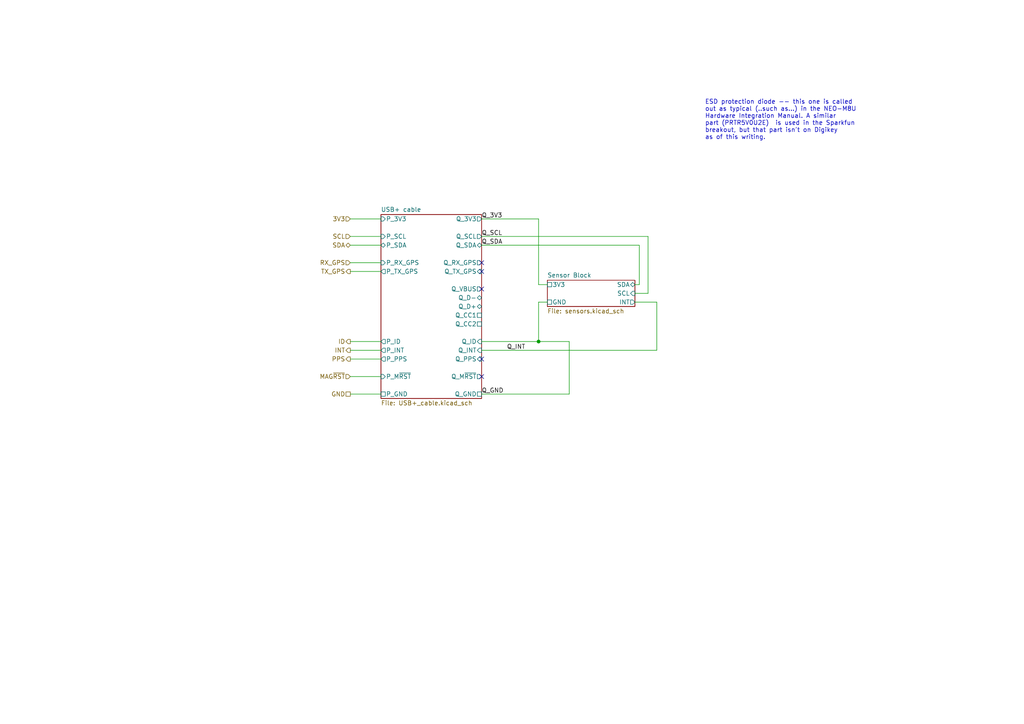
<source format=kicad_sch>
(kicad_sch (version 20211123) (generator eeschema)
  (paper "A4")
  (lib_symbols)
  (junction (at 156.21 99.06))
  (no_connect (at 139.7 109.22))
  (no_connect (at 139.7 76.2))
  (no_connect (at 139.7 78.74))
  (no_connect (at 139.7 83.82))
  (no_connect (at 139.7 104.14))
  (wire (pts (xy 190.5 87.63) (xy 184.15 87.63)))
  (wire (pts (xy 139.7 114.3) (xy 165.1 114.3)))
  (wire (pts (xy 165.1 99.06) (xy 165.1 114.3)))
  (wire (pts (xy 156.21 87.63) (xy 156.21 99.06)))
  (wire (pts (xy 101.6 78.74) (xy 110.49 78.74)))
  (wire (pts (xy 101.6 104.14) (xy 110.49 104.14)))
  (wire (pts (xy 101.6 63.5) (xy 110.49 63.5)))
  (wire (pts (xy 156.21 99.06) (xy 165.1 99.06)))
  (wire (pts (xy 101.6 71.12) (xy 110.49 71.12)))
  (wire (pts (xy 187.96 68.58) (xy 187.96 85.09)))
  (wire (pts (xy 101.6 76.2) (xy 110.49 76.2)))
  (wire (pts (xy 139.7 63.5) (xy 156.21 63.5)))
  (wire (pts (xy 101.6 114.3) (xy 110.49 114.3)))
  (wire (pts (xy 139.7 101.6) (xy 190.5 101.6)))
  (wire (pts (xy 101.6 99.06) (xy 110.49 99.06)))
  (wire (pts (xy 101.6 109.22) (xy 110.49 109.22)))
  (wire (pts (xy 185.42 71.12) (xy 185.42 82.55)))
  (wire (pts (xy 101.6 101.6) (xy 110.49 101.6)))
  (wire (pts (xy 187.96 85.09) (xy 184.15 85.09)))
  (wire (pts (xy 158.75 87.63) (xy 156.21 87.63)))
  (wire (pts (xy 190.5 101.6) (xy 190.5 87.63)))
  (wire (pts (xy 101.6 68.58) (xy 110.49 68.58)))
  (wire (pts (xy 185.42 82.55) (xy 184.15 82.55)))
  (wire (pts (xy 139.7 68.58) (xy 187.96 68.58)))
  (wire (pts (xy 139.7 71.12) (xy 185.42 71.12)))
  (wire (pts (xy 158.75 82.55) (xy 156.21 82.55)))
  (wire (pts (xy 156.21 63.5) (xy 156.21 82.55)))
  (wire (pts (xy 139.7 99.06) (xy 156.21 99.06)))
  (text "ESD protection diode -- this one is called\nout as typical (..such as...) in the NEO-M8U\nHardware Integration Manual. A similar\npart (PRTR5V0U2E)  is used in the Sparkfun\nbreakout, but that part isn't on Digikey\nas of this writing." (at 204.47 40.64 0) (effects (font (size 1.27 1.27)) (justify left bottom)))
  (label "Q_INT" (at 152.4 101.6 180))
  (label "Q_SCL" (at 139.7 68.58 0))
  (label "Q_GND" (at 139.7 114.3 0))
  (label "Q_SDA" (at 139.7 71.12 0))
  (label "Q_3V3" (at 139.7 63.5 0))
  (hierarchical_label "TX_GPS" (shape output) (at 101.6 78.74 180))
  (hierarchical_label "PPS" (shape output) (at 101.6 104.14 180))
  (hierarchical_label "RX_GPS" (shape input) (at 101.6 76.2 180))
  (hierarchical_label "3V3" (shape input) (at 101.6 63.5 180))
  (hierarchical_label "INT" (shape output) (at 101.6 101.6 180))
  (hierarchical_label "SDA" (shape bidirectional) (at 101.6 71.12 180))
  (hierarchical_label "MAG~{RST}" (shape input) (at 101.6 109.22 180))
  (hierarchical_label "ID" (shape output) (at 101.6 99.06 180))
  (hierarchical_label "GND" (shape passive) (at 101.6 114.3 180))
  (hierarchical_label "SCL" (shape input) (at 101.6 68.58 180))
  (sheet (at 110.49 62.23) (size 29.21 53.34) (stroke (width 0.1524))
    (property "Sheet name" "USB+ cable" (at 110.49 61.5184 0) (effects (justify left bottom)))
    (property "Sheet file" "USB+_cable.kicad_sch" (at 110.49 116.1546 0) (effects (justify left top)))
    (pin "Q_SDA" bidirectional (at 139.7 71.12 0))
    (pin "Q_D-" bidirectional (at 139.7 86.36 0))
    (pin "Q_D+" bidirectional (at 139.7 88.9 0))
    (pin "Q_RX_GPS" output (at 139.7 76.2 0))
    (pin "Q_ID" input (at 139.7 99.06 0))
    (pin "Q_SCL" output (at 139.7 68.58 0))
    (pin "Q_TX_GPS" input (at 139.7 78.74 0))
    (pin "Q_INT" input (at 139.7 101.6 0))
    (pin "Q_M~{RST}" output (at 139.7 109.22 0))
    (pin "Q_CC1" passive (at 139.7 91.44 0))
    (pin "Q_VBUS" output (at 139.7 83.82 0))
    (pin "Q_CC2" passive (at 139.7 93.98 0))
    (pin "Q_GND" passive (at 139.7 114.3 0))
    (pin "Q_3V3" output (at 139.7 63.5 0))
    (pin "Q_PPS" input (at 139.7 104.14 0))
    (pin "P_GND" passive (at 110.49 114.3 180))
    (pin "P_PPS" output (at 110.49 104.14 180))
    (pin "P_INT" output (at 110.49 101.6 180))
    (pin "P_ID" output (at 110.49 99.06 180))
    (pin "P_3V3" input (at 110.49 63.5 180))
    (pin "P_SCL" input (at 110.49 68.58 180))
    (pin "P_TX_GPS" output (at 110.49 78.74 180))
    (pin "P_RX_GPS" input (at 110.49 76.2 180))
    (pin "P_SDA" bidirectional (at 110.49 71.12 180))
    (pin "P_M~{RST}" input (at 110.49 109.22 180))
  )
  (sheet (at 158.75 81.28) (size 25.4 7.62) (stroke (width 0.1524))
    (property "Sheet name" "Sensor Block" (at 158.75 80.5684 0) (effects (justify left bottom)))
    (property "Sheet file" "sensors.kicad_sch" (at 158.75 89.4846 0) (effects (justify left top)))
    (pin "3V3" passive (at 158.75 82.55 180))
    (pin "GND" passive (at 158.75 87.63 180))
    (pin "SCL" input (at 184.15 85.09 0))
    (pin "SDA" bidirectional (at 184.15 82.55 0))
    (pin "INT" output (at 184.15 87.63 0))
  )
)
</source>
